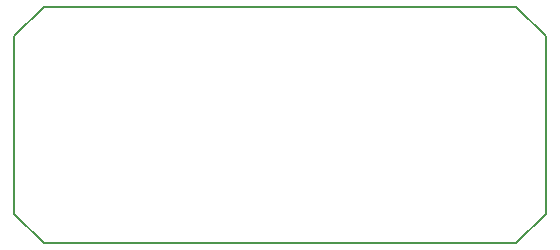
<source format=gbr>
G04 #@! TF.GenerationSoftware,KiCad,Pcbnew,(5.0.0-3-g5ebb6b6)*
G04 #@! TF.CreationDate,2020-03-13T11:28:04-04:00*
G04 #@! TF.ProjectId,Project,50726F6A6563742E6B696361645F7063,rev?*
G04 #@! TF.SameCoordinates,Original*
G04 #@! TF.FileFunction,Profile,NP*
%FSLAX46Y46*%
G04 Gerber Fmt 4.6, Leading zero omitted, Abs format (unit mm)*
G04 Created by KiCad (PCBNEW (5.0.0-3-g5ebb6b6)) date Friday, March 13, 2020 at 11:28:04 AM*
%MOMM*%
%LPD*%
G01*
G04 APERTURE LIST*
%ADD10C,0.150000*%
G04 APERTURE END LIST*
D10*
X132500000Y-95000000D02*
X140000000Y-95000000D01*
X132500000Y-115000000D02*
X140000000Y-115000000D01*
X142500000Y-112500000D02*
X140000000Y-115000000D01*
X142500000Y-97500000D02*
X142500000Y-112500000D01*
X140000000Y-95000000D02*
X142500000Y-97500000D01*
X115000000Y-95000000D02*
X132500000Y-95000000D01*
X132500000Y-115000000D02*
X115000000Y-115000000D01*
X112500000Y-95000000D02*
X115000000Y-95000000D01*
X112500000Y-115000000D02*
X115000000Y-115000000D01*
X97500000Y-112500000D02*
X97500000Y-110000000D01*
X100000000Y-115000000D02*
X97500000Y-112500000D01*
X112500000Y-115000000D02*
X100000000Y-115000000D01*
X110000000Y-95000000D02*
X112500000Y-95000000D01*
X100000000Y-95000000D02*
X110000000Y-95000000D01*
X97500000Y-97500000D02*
X97500000Y-110000000D01*
X100000000Y-95000000D02*
X97500000Y-97500000D01*
M02*

</source>
